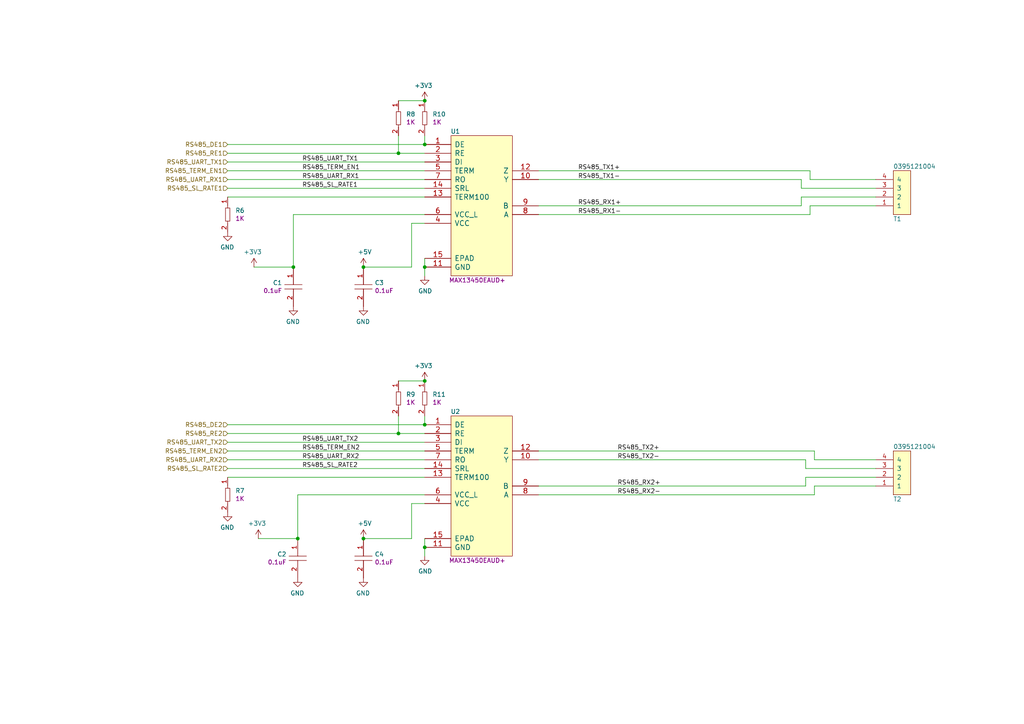
<source format=kicad_sch>
(kicad_sch (version 20231120) (generator "eeschema") (generator_version "8.0")
  (paper "A4")
  (lib_symbols
    (symbol "AVR-KiCAD-Lib-Capacitors:C0402C104K9PACTU" (pin_names (offset 1.016))
      (property "Reference" "C" (at -2.54 2.54 0))
      (property "_Value_" "0.1uF" (at 58.42 63.5 0))
      (symbol "C0402C104K9PACTU_1_1"
        (polyline (pts (xy 0 2.54) (xy 0 -2.54)))
        (polyline (pts (xy 1.27 2.54) (xy 1.27 -2.54)))
        (pin input line (at -5.08 0 0) (length 5.08) (name "~") (number "1"))
        (pin input line (at 6.35 0 180) (length 5.08) (name "~") (number "2"))
      )
    )
    (symbol "AVR-KiCAD-Lib-Capacitors:CGA3E2X7R1H104K080AA" (pin_names (offset 1.016))
      (property "Reference" "C" (at -2.54 2.54 0))
      (property "_Value_" "0.1uF" (at 58.42 63.5 0))
      (symbol "CGA3E2X7R1H104K080AA_1_1"
        (polyline (pts (xy 0 2.54) (xy 0 -2.54)))
        (polyline (pts (xy 1.27 2.54) (xy 1.27 -2.54)))
        (pin input line (at -5.08 0 0) (length 5.08) (name "~") (number "1"))
        (pin input line (at 6.35 0 180) (length 5.08) (name "~") (number "2"))
      )
    )
    (symbol "AVR-KiCAD-Lib-Connectors:0395121004" (pin_names (offset 1.016))
      (property "Reference" "J" (at -2.54 2.54 0))
      (property "Value" "0395121004" (at 1.27 5.08 0))
      (symbol "0395121004_0_1"
        (rectangle (start 0 2.54) (end 5.08 -10.16) (fill (type background)))
      )
      (symbol "0395121004_1_1"
        (pin passive line (at -5.08 0 0) (length 5.08) (name "1") (number "1"))
        (pin passive line (at -5.08 -2.54 0) (length 5.08) (name "2") (number "2"))
        (pin passive line (at -5.08 -5.08 0) (length 5.08) (name "3") (number "3"))
        (pin passive line (at -5.08 -7.62 0) (length 5.08) (name "4") (number "4"))
      )
    )
    (symbol "AVR-KiCAD-Lib-ICs:MAX13450EAUD+" (pin_names (offset 1.016))
      (property "Reference" "U" (at 0 1.27 0))
      (property "_Value_" "MAX13450EAUD+" (at 7.62 -41.91 0))
      (symbol "MAX13450EAUD+_0_1"
        (rectangle (start 0 0) (end 17.78 -40.64) (fill (type background)))
      )
      (symbol "MAX13450EAUD+_1_1"
        (pin input line (at -7.62 -2.54 0) (length 7.62) (name "DE") (number "1"))
        (pin output line (at 25.4 -12.7 180) (length 7.62) (name "Y") (number "10"))
        (pin passive line (at -7.62 -38.1 0) (length 7.62) (name "GND") (number "11"))
        (pin output line (at 25.4 -10.16 180) (length 7.62) (name "Z") (number "12"))
        (pin input line (at -7.62 -17.78 0) (length 7.62) (name "TERM100") (number "13"))
        (pin input line (at -7.62 -15.24 0) (length 7.62) (name "SRL") (number "14"))
        (pin passive line (at -7.62 -35.56 0) (length 7.62) (name "EPAD") (number "15"))
        (pin input line (at -7.62 -5.08 0) (length 7.62) (name "RE") (number "2"))
        (pin input line (at -7.62 -7.62 0) (length 7.62) (name "DI") (number "3"))
        (pin power_in line (at -7.62 -25.4 0) (length 7.62) (name "VCC") (number "4"))
        (pin input line (at -7.62 -10.16 0) (length 7.62) (name "TERM") (number "5"))
        (pin power_in line (at -7.62 -22.86 0) (length 7.62) (name "VCC_L") (number "6"))
        (pin output line (at -7.62 -12.7 0) (length 7.62) (name "RO") (number "7"))
        (pin input line (at 25.4 -22.86 180) (length 7.62) (name "A") (number "8"))
        (pin input line (at 25.4 -20.32 180) (length 7.62) (name "B") (number "9"))
      )
    )
    (symbol "AVR-KiCAD-Lib-Resistors:RC0402FR-071KL" (pin_names (offset 1.016))
      (property "Reference" "R" (at -2.54 2.54 0))
      (property "Value" "RC0402FR-071KL" (at 1.27 5.08 0))
      (property "_Value_" "1K" (at 58.42 63.5 0))
      (symbol "RC0402FR-071KL_0_1"
        (rectangle (start -1.905 0.635) (end 1.905 -0.635))
        (polyline (pts (xy -2.54 0) (xy -1.905 0)))
        (polyline (pts (xy -1.905 0) (xy -1.905 0)))
        (polyline (pts (xy 1.905 0) (xy 1.905 0)))
        (polyline (pts (xy 2.54 0) (xy 1.905 0)))
      )
      (symbol "RC0402FR-071KL_1_1"
        (pin passive line (at -5.08 0 0) (length 2.5146) (name "~") (number "1"))
        (pin passive line (at 5.08 0 180) (length 2.5146) (name "~") (number "2"))
      )
    )
    (symbol "agricoltura-madre-cape-rescue:+3V3-power" (power) (pin_names (offset 0))
      (property "Value" "power_+3V3" (at 0 3.556 0))
      (symbol "+3V3-power_0_1"
        (polyline (pts (xy -0.762 1.27) (xy 0 2.54)))
        (polyline (pts (xy 0 0) (xy 0 2.54)))
        (polyline (pts (xy 0 2.54) (xy 0.762 1.27)))
      )
      (symbol "+3V3-power_1_1"
        (pin power_in line (at 0 0 90) (length 0) hide (name "+3V3") (number "1"))
      )
    )
    (symbol "agricoltura-madre-cape-rescue:+5V-power" (power) (pin_names (offset 0))
      (property "Value" "power_+5V" (at 0 3.556 0))
      (symbol "+5V-power_0_1"
        (polyline (pts (xy -0.762 1.27) (xy 0 2.54)))
        (polyline (pts (xy 0 0) (xy 0 2.54)))
        (polyline (pts (xy 0 2.54) (xy 0.762 1.27)))
      )
      (symbol "+5V-power_1_1"
        (pin power_in line (at 0 0 90) (length 0) hide (name "+5V") (number "1"))
      )
    )
    (symbol "agricoltura-madre-cape-rescue:GND-power" (power) (pin_names (offset 0))
      (property "Value" "power_GND" (at 0 -3.81 0))
      (symbol "GND-power_0_1"
        (polyline (pts (xy 0 0) (xy 0 -1.27) (xy 1.27 -1.27) (xy 0 -2.54) (xy -1.27 -1.27) (xy 0 -1.27)))
      )
      (symbol "GND-power_1_1"
        (pin power_in line (at 0 0 270) (length 0) hide (name "GND") (number "1"))
      )
    )
  )
  (junction (at 123.19 77.47))
  (junction (at 105.41 156.21))
  (junction (at 123.19 41.91))
  (junction (at 115.57 125.73))
  (junction (at 105.41 77.47))
  (junction (at 123.19 158.75))
  (junction (at 123.19 123.19))
  (junction (at 123.19 29.21))
  (junction (at 123.19 110.49))
  (junction (at 115.57 44.45))
  (junction (at 85.09 77.47))
  (junction (at 86.36 156.21))
  (wire (pts (xy 156.21 49.53) (xy 234.95 49.53)))
  (wire (pts (xy 123.19 135.89) (xy 66.04 135.89)))
  (wire (pts (xy 123.19 52.07) (xy 66.04 52.07)))
  (wire (pts (xy 236.22 140.97) (xy 236.22 143.51)))
  (wire (pts (xy 123.19 44.45) (xy 115.57 44.45)))
  (wire (pts (xy 233.68 140.97) (xy 233.68 138.43)))
  (wire (pts (xy 123.19 123.19) (xy 66.04 123.19)))
  (wire (pts (xy 115.57 44.45) (xy 66.04 44.45)))
  (wire (pts (xy 254 59.69) (xy 234.95 59.69)))
  (wire (pts (xy 123.19 64.77) (xy 119.38 64.77)))
  (wire (pts (xy 115.57 120.65) (xy 115.57 125.73)))
  (wire (pts (xy 115.57 110.49) (xy 123.19 110.49)))
  (wire (pts (xy 119.38 156.21) (xy 105.41 156.21)))
  (wire (pts (xy 66.04 128.27) (xy 123.19 128.27)))
  (wire (pts (xy 156.21 130.81) (xy 236.22 130.81)))
  (wire (pts (xy 123.19 49.53) (xy 66.04 49.53)))
  (wire (pts (xy 232.41 59.69) (xy 232.41 57.15)))
  (wire (pts (xy 123.19 74.93) (xy 123.19 77.47)))
  (wire (pts (xy 115.57 125.73) (xy 66.04 125.73)))
  (wire (pts (xy 156.21 143.51) (xy 236.22 143.51)))
  (wire (pts (xy 232.41 54.61) (xy 232.41 52.07)))
  (wire (pts (xy 123.19 54.61) (xy 66.04 54.61)))
  (wire (pts (xy 123.19 156.21) (xy 123.19 158.75)))
  (wire (pts (xy 85.09 62.23) (xy 85.09 77.47)))
  (wire (pts (xy 234.95 59.69) (xy 234.95 62.23)))
  (wire (pts (xy 74.93 156.21) (xy 86.36 156.21)))
  (wire (pts (xy 236.22 130.81) (xy 236.22 133.35)))
  (wire (pts (xy 85.09 62.23) (xy 123.19 62.23)))
  (wire (pts (xy 123.19 41.91) (xy 66.04 41.91)))
  (wire (pts (xy 236.22 133.35) (xy 254 133.35)))
  (wire (pts (xy 233.68 133.35) (xy 233.68 135.89)))
  (wire (pts (xy 123.19 130.81) (xy 66.04 130.81)))
  (wire (pts (xy 156.21 133.35) (xy 233.68 133.35)))
  (wire (pts (xy 66.04 133.35) (xy 123.19 133.35)))
  (wire (pts (xy 232.41 52.07) (xy 156.21 52.07)))
  (wire (pts (xy 123.19 57.15) (xy 66.04 57.15)))
  (wire (pts (xy 115.57 29.21) (xy 123.19 29.21)))
  (wire (pts (xy 119.38 77.47) (xy 105.41 77.47)))
  (wire (pts (xy 119.38 146.05) (xy 119.38 156.21)))
  (wire (pts (xy 232.41 59.69) (xy 156.21 59.69)))
  (wire (pts (xy 119.38 64.77) (xy 119.38 77.47)))
  (wire (pts (xy 123.19 41.91) (xy 123.19 39.37)))
  (wire (pts (xy 86.36 143.51) (xy 86.36 156.21)))
  (wire (pts (xy 115.57 39.37) (xy 115.57 44.45)))
  (wire (pts (xy 123.19 146.05) (xy 119.38 146.05)))
  (wire (pts (xy 123.19 46.99) (xy 66.04 46.99)))
  (wire (pts (xy 234.95 49.53) (xy 234.95 52.07)))
  (wire (pts (xy 123.19 138.43) (xy 66.04 138.43)))
  (wire (pts (xy 156.21 62.23) (xy 234.95 62.23)))
  (wire (pts (xy 233.68 138.43) (xy 254 138.43)))
  (wire (pts (xy 123.19 123.19) (xy 123.19 120.65)))
  (wire (pts (xy 232.41 57.15) (xy 254 57.15)))
  (wire (pts (xy 254 140.97) (xy 236.22 140.97)))
  (wire (pts (xy 123.19 125.73) (xy 115.57 125.73)))
  (wire (pts (xy 85.09 77.47) (xy 73.66 77.47)))
  (wire (pts (xy 156.21 140.97) (xy 233.68 140.97)))
  (wire (pts (xy 123.19 158.75) (xy 123.19 161.29)))
  (wire (pts (xy 123.19 77.47) (xy 123.19 80.01)))
  (wire (pts (xy 234.95 52.07) (xy 254 52.07)))
  (wire (pts (xy 254 54.61) (xy 232.41 54.61)))
  (wire (pts (xy 123.19 143.51) (xy 86.36 143.51)))
  (wire (pts (xy 233.68 135.89) (xy 254 135.89)))
  (label "RS485_SL_RATE1" (at 87.63 54.61 0))
  (label "RS485_TERM_EN1" (at 87.63 49.53 0))
  (label "RS485_UART_RX2" (at 87.63 133.35 0))
  (label "RS485_TX1-" (at 167.64 52.07 0))
  (label "RS485_UART_TX2" (at 87.63 128.27 0))
  (label "RS485_TERM_EN2" (at 87.63 130.81 0))
  (label "RS485_RX2-" (at 179.07 143.51 0))
  (label "RS485_RX1-" (at 167.64 62.23 0))
  (label "RS485_TX2-" (at 179.07 133.35 0))
  (label "RS485_RX2+" (at 179.07 140.97 0))
  (label "RS485_RX1+" (at 167.64 59.69 0))
  (label "RS485_SL_RATE2" (at 87.63 135.89 0))
  (label "RS485_UART_RX1" (at 87.63 52.07 0))
  (label "RS485_UART_TX1" (at 87.63 46.99 0))
  (label "RS485_TX1+" (at 167.64 49.53 0))
  (label "RS485_TX2+" (at 179.07 130.81 0))
  (hierarchical_label "RS485_RE2" (shape input) (at 66.04 125.73 180))
  (hierarchical_label "RS485_DE1" (shape input) (at 66.04 41.91 180))
  (hierarchical_label "RS485_UART_TX2" (shape input) (at 66.04 128.27 180))
  (hierarchical_label "RS485_UART_RX1" (shape input) (at 66.04 52.07 180))
  (hierarchical_label "RS485_TERM_EN2" (shape input) (at 66.04 130.81 180))
  (hierarchical_label "RS485_UART_TX1" (shape input) (at 66.04 46.99 180))
  (hierarchical_label "RS485_DE2" (shape input) (at 66.04 123.19 180))
  (hierarchical_label "RS485_RE1" (shape input) (at 66.04 44.45 180))
  (hierarchical_label "RS485_TERM_EN1" (shape input) (at 66.04 49.53 180))
  (hierarchical_label "RS485_SL_RATE1" (shape input) (at 66.04 54.61 180))
  (hierarchical_label "RS485_SL_RATE2" (shape input) (at 66.04 135.89 180))
  (hierarchical_label "RS485_UART_RX2" (shape input) (at 66.04 133.35 180))
  (symbol (lib_id "AVR-KiCAD-Lib-ICs:MAX13450EAUD+") (at 130.81 39.37 0) (unit 1)
    (property "Reference" "U1" (at 132.08 38.1 0))
    (property "Value" "MAX13450EAUD+" (effects (hide yes)))
    (property "Footprint" "AVR-KiCAD-Lib-ICs:MAX13450EAUD&plus_" (effects (hide yes)))
    (property "Datasheet" "https://datasheets.maximintegrated.com/en/ds/MAX13450E-MAX13451E.pdf" (effects (hide yes)))
    (property "Cost QTY: 1" "3.39000" (effects (hide yes)))
    (property "Cost QTY: 1000" "*" (effects (hide yes)))
    (property "Cost QTY: 2500" "2.57839" (effects (hide yes)))
    (property "Cost QTY: 5000" "*" (effects (hide yes)))
    (property "Cost QTY: 10000" "*" (effects (hide yes)))
    (property "MFR" "Maxim Integrated" (effects (hide yes)))
    (property "MFR#" "MAX13450EAUD+" (effects (hide yes)))
    (property "Vendor" "Digikey" (effects (hide yes)))
    (property "Vendor #" "MAX13450EAUD+-ND" (effects (hide yes)))
    (property "Designer" "AVR" (effects (hide yes)))
    (property "Height" "1.2mm" (effects (hide yes)))
    (property "Date Created" "6/21/2020" (effects (hide yes)))
    (property "Date Modified" "6/21/2020" (effects (hide yes)))
    (property "Lead-Free ?" "Yes" (effects (hide yes)))
    (property "RoHS Levels" "1" (effects (hide yes)))
    (property "Mounting" "SMT" (effects (hide yes)))
    (property "Pin Count #" "14" (effects (hide yes)))
    (property "Status" "Active" (effects (hide yes)))
    (property "Tolerance" "*" (effects (hide yes)))
    (property "Type" "IC" (effects (hide yes)))
    (property "Voltage" "4.75V ~ 5.25V" (effects (hide yes)))
    (property "Package" "14-TSSOP-EP" (effects (hide yes)))
    (property "Description" "1/1 Transceiver Full RS422, RS485 14-TSSOP-EP" (effects (hide yes)))
    (property "_Value_" "MAX13450EAUD+" (at 138.43 81.28 0))
    (property "Management_ID" "*" (effects (hide yes)))
  )
  (symbol (lib_id "AVR-KiCAD-Lib-ICs:MAX13450EAUD+") (at 130.81 120.65 0) (unit 1)
    (property "Reference" "U2" (at 132.08 119.38 0))
    (property "Value" "MAX13450EAUD+" (effects (hide yes)))
    (property "Footprint" "AVR-KiCAD-Lib-ICs:MAX13450EAUD&plus_" (effects (hide yes)))
    (property "Datasheet" "https://datasheets.maximintegrated.com/en/ds/MAX13450E-MAX13451E.pdf" (effects (hide yes)))
    (property "Cost QTY: 1" "3.39000" (effects (hide yes)))
    (property "Cost QTY: 1000" "*" (effects (hide yes)))
    (property "Cost QTY: 2500" "2.57839" (effects (hide yes)))
    (property "Cost QTY: 5000" "*" (effects (hide yes)))
    (property "Cost QTY: 10000" "*" (effects (hide yes)))
    (property "MFR" "Maxim Integrated" (effects (hide yes)))
    (property "MFR#" "MAX13450EAUD+" (effects (hide yes)))
    (property "Vendor" "Digikey" (effects (hide yes)))
    (property "Vendor #" "MAX13450EAUD+-ND" (effects (hide yes)))
    (property "Designer" "AVR" (effects (hide yes)))
    (property "Height" "1.2mm" (effects (hide yes)))
    (property "Date Created" "6/21/2020" (effects (hide yes)))
    (property "Date Modified" "6/21/2020" (effects (hide yes)))
    (property "Lead-Free ?" "Yes" (effects (hide yes)))
    (property "RoHS Levels" "1" (effects (hide yes)))
    (property "Mounting" "SMT" (effects (hide yes)))
    (property "Pin Count #" "14" (effects (hide yes)))
    (property "Status" "Active" (effects (hide yes)))
    (property "Tolerance" "*" (effects (hide yes)))
    (property "Type" "IC" (effects (hide yes)))
    (property "Voltage" "4.75V ~ 5.25V" (effects (hide yes)))
    (property "Package" "14-TSSOP-EP" (effects (hide yes)))
    (property "Description" "1/1 Transceiver Full RS422, RS485 14-TSSOP-EP" (effects (hide yes)))
    (property "_Value_" "MAX13450EAUD+" (at 138.43 162.56 0))
    (property "Management_ID" "*" (effects (hide yes)))
  )
  (symbol (lib_id "agricoltura-madre-cape-rescue:GND-power") (at 123.19 80.01 0) (unit 1)
    (property "Reference" "#PWR025" (effects (hide yes)))
    (property "Value" "GND" (at 123.317 84.4042 0))
  )
  (symbol (lib_id "agricoltura-madre-cape-rescue:+5V-power") (at 105.41 156.21 0) (unit 1)
    (property "Reference" "#PWR022" (effects (hide yes)))
    (property "Value" "+5V" (at 105.791 151.8158 0))
  )
  (symbol (lib_id "AVR-KiCAD-Lib-Capacitors:CGA3E2X7R1H104K080AA") (at 105.41 161.29 270) (unit 1)
    (property "Reference" "C4" (at 108.6612 160.7566 90) (effects (justify left)))
    (property "Value" "CGA3E2X7R1H104K080AA" (effects (hide yes)))
    (property "Footprint" "AVR-KiCAD-Lib-Capacitors:C0603" (effects (hide yes)))
    (property "Datasheet" "https://product.tdk.com/info/en/catalog/datasheets/mlcc_automotive_general_en.pdf" (effects (hide yes)))
    (property "Cost QTY: 1" "0.11000" (effects (hide yes)))
    (property "Cost QTY: 1000" "0.01972" (effects (hide yes)))
    (property "Cost QTY: 2500" "*" (effects (hide yes)))
    (property "Cost QTY: 5000" "*" (effects (hide yes)))
    (property "Cost QTY: 10000" "*" (effects (hide yes)))
    (property "MFR" "TDK Corporation" (effects (hide yes)))
    (property "MFR#" "CGA3E2X7R1H104K080AA" (effects (hide yes)))
    (property "Vendor" "Digikey" (effects (hide yes)))
    (property "Vendor #" "445-5666-1-ND" (effects (hide yes)))
    (property "Designer" "AVR" (effects (hide yes)))
    (property "Height" "0.9mm" (effects (hide yes)))
    (property "Date Created" "6/17/2020" (effects (hide yes)))
    (property "Date Modified" "6/17/2020" (effects (hide yes)))
    (property "Lead-Free ?" "Yes" (effects (hide yes)))
    (property "RoHS Levels" "1" (effects (hide yes)))
    (property "Mounting" "SMT" (effects (hide yes)))
    (property "Pin Count #" "2" (effects (hide yes)))
    (property "Status" "Active" (effects (hide yes)))
    (property "Tolerance" "10%" (effects (hide yes)))
    (property "Type" "Capacitor" (effects (hide yes)))
    (property "Voltage" "50V" (effects (hide yes)))
    (property "Package" "0603" (effects (hide yes)))
    (property "Description" "0.1µF ±10% 50V Ceramic Capacitor X7R 0603 (1608 Metric)" (effects (hide yes)))
    (property "_Value_" "0.1uF" (at 108.6612 163.068 90) (effects (justify left)))
    (property "Management_ID" "*" (effects (hide yes)))
  )
  (symbol (lib_id "agricoltura-madre-cape-rescue:GND-power") (at 105.41 167.64 0) (mirror y) (unit 1)
    (property "Reference" "#PWR023" (effects (hide yes)))
    (property "Value" "GND" (at 105.283 172.0342 0))
  )
  (symbol (lib_id "agricoltura-madre-cape-rescue:+5V-power") (at 105.41 77.47 0) (unit 1)
    (property "Reference" "#PWR020" (effects (hide yes)))
    (property "Value" "+5V" (at 105.791 73.0758 0))
  )
  (symbol (lib_id "AVR-KiCAD-Lib-Capacitors:CGA3E2X7R1H104K080AA") (at 105.41 82.55 270) (unit 1)
    (property "Reference" "C3" (at 108.6612 82.0166 90) (effects (justify left)))
    (property "Value" "CGA3E2X7R1H104K080AA" (effects (hide yes)))
    (property "Footprint" "AVR-KiCAD-Lib-Capacitors:C0603" (effects (hide yes)))
    (property "Datasheet" "https://product.tdk.com/info/en/catalog/datasheets/mlcc_automotive_general_en.pdf" (effects (hide yes)))
    (property "Cost QTY: 1" "0.11000" (effects (hide yes)))
    (property "Cost QTY: 1000" "0.01972" (effects (hide yes)))
    (property "Cost QTY: 2500" "*" (effects (hide yes)))
    (property "Cost QTY: 5000" "*" (effects (hide yes)))
    (property "Cost QTY: 10000" "*" (effects (hide yes)))
    (property "MFR" "TDK Corporation" (effects (hide yes)))
    (property "MFR#" "CGA3E2X7R1H104K080AA" (effects (hide yes)))
    (property "Vendor" "Digikey" (effects (hide yes)))
    (property "Vendor #" "445-5666-1-ND" (effects (hide yes)))
    (property "Designer" "AVR" (effects (hide yes)))
    (property "Height" "0.9mm" (effects (hide yes)))
    (property "Date Created" "6/17/2020" (effects (hide yes)))
    (property "Date Modified" "6/17/2020" (effects (hide yes)))
    (property "Lead-Free ?" "Yes" (effects (hide yes)))
    (property "RoHS Levels" "1" (effects (hide yes)))
    (property "Mounting" "SMT" (effects (hide yes)))
    (property "Pin Count #" "2" (effects (hide yes)))
    (property "Status" "Active" (effects (hide yes)))
    (property "Tolerance" "10%" (effects (hide yes)))
    (property "Type" "Capacitor" (effects (hide yes)))
    (property "Voltage" "50V" (effects (hide yes)))
    (property "Package" "0603" (effects (hide yes)))
    (property "Description" "0.1µF ±10% 50V Ceramic Capacitor X7R 0603 (1608 Metric)" (effects (hide yes)))
    (property "_Value_" "0.1uF" (at 108.6612 84.328 90) (effects (justify left)))
    (property "Management_ID" "*" (effects (hide yes)))
  )
  (symbol (lib_id "agricoltura-madre-cape-rescue:GND-power") (at 105.41 88.9 0) (mirror y) (unit 1)
    (property "Reference" "#PWR021" (effects (hide yes)))
    (property "Value" "GND" (at 105.283 93.2942 0))
  )
  (symbol (lib_id "AVR-KiCAD-Lib-Resistors:RC0402FR-071KL") (at 123.19 115.57 270) (unit 1)
    (property "Reference" "R11" (at 125.3998 114.4016 90) (effects (justify left)))
    (property "Value" "RC0402FR-071KL" (effects (hide yes)))
    (property "Footprint" "AVR-KiCAD-Lib-Resistors:R0402" (effects (hide yes)))
    (property "Datasheet" "https://www.yageo.com/upload/media/product/productsearch/datasheet/rchip/PYu-RC_Group_51_RoHS_L_10.pdf" (effects (hide yes)))
    (property "Cost QTY: 1" "0.10000" (effects (hide yes)))
    (property "Cost QTY: 1000" "0.00289" (effects (hide yes)))
    (property "Cost QTY: 2500" "0.00251" (effects (hide yes)))
    (property "Cost QTY: 5000" "0.00207" (effects (hide yes)))
    (property "Cost QTY: 10000" "0.00163" (effects (hide yes)))
    (property "MFR" "Yageo" (effects (hide yes)))
    (property "MFR#" "RC0402FR-071KL" (effects (hide yes)))
    (property "Vendor" "Digikey" (effects (hide yes)))
    (property "Vendor #" "311-1.00KLRTR-ND" (effects (hide yes)))
    (property "Designer" "AVR" (effects (hide yes)))
    (property "Height" "0.4mm" (effects (hide yes)))
    (property "Date Created" "12/11/2019" (effects (hide yes)))
    (property "Date Modified" "12/11/2019" (effects (hide yes)))
    (property "Lead-Free ?" "Yes" (effects (hide yes)))
    (property "RoHS Levels" "1" (effects (hide yes)))
    (property "Mounting" "SMT" (effects (hide yes)))
    (property "Pin Count #" "2" (effects (hide yes)))
    (property "Status" "Active" (effects (hide yes)))
    (property "Tolerance" "1%" (effects (hide yes)))
    (property "Type" "Thick Film Resistor" (effects (hide yes)))
    (property "Voltage" "*" (effects (hide yes)))
    (property "Package" "0402" (effects (hide yes)))
    (property "_Value_" "1K" (at 125.3998 116.713 90) (effects (justify left)))
    (property "Management_ID" "*" (effects (hide yes)))
    (property "Description" " kOhms ±1% 0.063W, 1/16W Chip Resistor 0402 (1005 Metric) Moisture Resistant Thick Film" (effects (hide yes)))
  )
  (symbol (lib_id "AVR-KiCAD-Lib-Resistors:RC0402FR-071KL") (at 123.19 34.29 270) (unit 1)
    (property "Reference" "R10" (at 125.3998 33.1216 90) (effects (justify left)))
    (property "Value" "RC0402FR-071KL" (effects (hide yes)))
    (property "Footprint" "AVR-KiCAD-Lib-Resistors:R0402" (effects (hide yes)))
    (property "Datasheet" "https://www.yageo.com/upload/media/product/productsearch/datasheet/rchip/PYu-RC_Group_51_RoHS_L_10.pdf" (effects (hide yes)))
    (property "Cost QTY: 1" "0.10000" (effects (hide yes)))
    (property "Cost QTY: 1000" "0.00289" (effects (hide yes)))
    (property "Cost QTY: 2500" "0.00251" (effects (hide yes)))
    (property "Cost QTY: 5000" "0.00207" (effects (hide yes)))
    (property "Cost QTY: 10000" "0.00163" (effects (hide yes)))
    (property "MFR" "Yageo" (effects (hide yes)))
    (property "MFR#" "RC0402FR-071KL" (effects (hide yes)))
    (property "Vendor" "Digikey" (effects (hide yes)))
    (property "Vendor #" "311-1.00KLRTR-ND" (effects (hide yes)))
    (property "Designer" "AVR" (effects (hide yes)))
    (property "Height" "0.4mm" (effects (hide yes)))
    (property "Date Created" "12/11/2019" (effects (hide yes)))
    (property "Date Modified" "12/11/2019" (effects (hide yes)))
    (property "Lead-Free ?" "Yes" (effects (hide yes)))
    (property "RoHS Levels" "1" (effects (hide yes)))
    (property "Mounting" "SMT" (effects (hide yes)))
    (property "Pin Count #" "2" (effects (hide yes)))
    (property "Status" "Active" (effects (hide yes)))
    (property "Tolerance" "1%" (effects (hide yes)))
    (property "Type" "Thick Film Resistor" (effects (hide yes)))
    (property "Voltage" "*" (effects (hide yes)))
    (property "Package" "0402" (effects (hide yes)))
    (property "_Value_" "1K" (at 125.3998 35.433 90) (effects (justify left)))
    (property "Management_ID" "*" (effects (hide yes)))
    (property "Description" " kOhms ±1% 0.063W, 1/16W Chip Resistor 0402 (1005 Metric) Moisture Resistant Thick Film" (effects (hide yes)))
  )
  (symbol (lib_id "agricoltura-madre-cape-rescue:+3V3-power") (at 123.19 29.21 0) (mirror y) (unit 1)
    (property "Reference" "#PWR024" (effects (hide yes)))
    (property "Value" "+3V3" (at 122.809 24.8158 0))
  )
  (symbol (lib_id "agricoltura-madre-cape-rescue:+3V3-power") (at 123.19 110.49 0) (mirror y) (unit 1)
    (property "Reference" "#PWR026" (effects (hide yes)))
    (property "Value" "+3V3" (at 122.809 106.0958 0))
  )
  (symbol (lib_id "AVR-KiCAD-Lib-Resistors:RC0402FR-071KL") (at 115.57 115.57 270) (unit 1)
    (property "Reference" "R9" (at 117.7798 114.4016 90) (effects (justify left)))
    (property "Value" "RC0402FR-071KL" (effects (hide yes)))
    (property "Footprint" "AVR-KiCAD-Lib-Resistors:R0402" (effects (hide yes)))
    (property "Datasheet" "https://www.yageo.com/upload/media/product/productsearch/datasheet/rchip/PYu-RC_Group_51_RoHS_L_10.pdf" (effects (hide yes)))
    (property "Cost QTY: 1" "0.10000" (effects (hide yes)))
    (property "Cost QTY: 1000" "0.00289" (effects (hide yes)))
    (property "Cost QTY: 2500" "0.00251" (effects (hide yes)))
    (property "Cost QTY: 5000" "0.00207" (effects (hide yes)))
    (property "Cost QTY: 10000" "0.00163" (effects (hide yes)))
    (property "MFR" "Yageo" (effects (hide yes)))
    (property "MFR#" "RC0402FR-071KL" (effects (hide yes)))
    (property "Vendor" "Digikey" (effects (hide yes)))
    (property "Vendor #" "311-1.00KLRTR-ND" (effects (hide yes)))
    (property "Designer" "AVR" (effects (hide yes)))
    (property "Height" "0.4mm" (effects (hide yes)))
    (property "Date Created" "12/11/2019" (effects (hide yes)))
    (property "Date Modified" "12/11/2019" (effects (hide yes)))
    (property "Lead-Free ?" "Yes" (effects (hide yes)))
    (property "RoHS Levels" "1" (effects (hide yes)))
    (property "Mounting" "SMT" (effects (hide yes)))
    (property "Pin Count #" "2" (effects (hide yes)))
    (property "Status" "Active" (effects (hide yes)))
    (property "Tolerance" "1%" (effects (hide yes)))
    (property "Type" "Thick Film Resistor" (effects (hide yes)))
    (property "Voltage" "*" (effects (hide yes)))
    (property "Package" "0402" (effects (hide yes)))
    (property "_Value_" "1K" (at 117.7798 116.713 90) (effects (justify left)))
    (property "Management_ID" "*" (effects (hide yes)))
    (property "Description" " kOhms ±1% 0.063W, 1/16W Chip Resistor 0402 (1005 Metric) Moisture Resistant Thick Film" (effects (hide yes)))
  )
  (symbol (lib_id "AVR-KiCAD-Lib-Capacitors:C0402C104K9PACTU") (at 85.09 82.55 90) (mirror x) (unit 1)
    (property "Reference" "C1" (at 81.8388 82.0166 90) (effects (justify left)))
    (property "Value" "C0402C104K9PACTU" (effects (hide yes)))
    (property "Footprint" "AVR-KiCAD-Lib-Resistors:R0402" (effects (hide yes)))
    (property "Datasheet" "https://content.kemet.com/datasheets/KEM_C1006_X5R_SMD.pdf" (effects (hide yes)))
    (property "Cost QTY: 1" "0.10000" (effects (hide yes)))
    (property "Cost QTY: 1000" "0.01139" (effects (hide yes)))
    (property "Cost QTY: 2500" "0.01035" (effects (hide yes)))
    (property "Cost QTY: 5000" "0.00952" (effects (hide yes)))
    (property "Cost QTY: 10000" "0.00756" (effects (hide yes)))
    (property "MFR" "KEMET" (effects (hide yes)))
    (property "MFR#" "C0402C104K9PACTU" (effects (hide yes)))
    (property "Vendor" "Digikey" (effects (hide yes)))
    (property "Vendor #" "399-3026-6-ND" (effects (hide yes)))
    (property "Designer" "AVR" (effects (hide yes)))
    (property "Height" "0.55mm" (effects (hide yes)))
    (property "Date Created" "12/7/2019" (effects (hide yes)))
    (property "Date Modified" "12/7/2019" (effects (hide yes)))
    (property "Lead-Free ?" "Yes" (effects (hide yes)))
    (property "RoHS Levels" "1" (effects (hide yes)))
    (property "Mounting" "SMT" (effects (hide yes)))
    (property "Pin Count #" "2" (effects (hide yes)))
    (property "Status" "Active" (effects (hide yes)))
    (property "Tolerance" "10%" (effects (hide yes)))
    (property "Type" "Ceramic Cap" (effects (hide yes)))
    (property "Voltage" "6.3V" (effects (hide yes)))
    (property "Package" "0402" (effects (hide yes)))
    (property "Description" "0.1µF ±10% 6.3V Ceramic Capacitor X5R 0402 (1005 Metric)" (effects (hide yes)))
    (property "_Value_" "0.1uF" (at 81.8388 84.328 90) (effects (justify left)))
    (property "Management_ID" "*" (effects (hide yes)))
  )
  (symbol (lib_id "agricoltura-madre-cape-rescue:GND-power") (at 85.09 88.9 0) (mirror y) (unit 1)
    (property "Reference" "#PWR018" (effects (hide yes)))
    (property "Value" "GND" (at 84.963 93.2942 0))
  )
  (symbol (lib_id "agricoltura-madre-cape-rescue:+3V3-power") (at 73.66 77.47 0) (mirror y) (unit 1)
    (property "Reference" "#PWR016" (effects (hide yes)))
    (property "Value" "+3V3" (at 73.279 73.0758 0))
  )
  (symbol (lib_id "AVR-KiCAD-Lib-Resistors:RC0402FR-071KL") (at 66.04 143.51 270) (unit 1)
    (property "Reference" "R7" (at 68.2498 142.3416 90) (effects (justify left)))
    (property "Value" "RC0402FR-071KL" (effects (hide yes)))
    (property "Footprint" "AVR-KiCAD-Lib-Resistors:R0402" (effects (hide yes)))
    (property "Datasheet" "https://www.yageo.com/upload/media/product/productsearch/datasheet/rchip/PYu-RC_Group_51_RoHS_L_10.pdf" (effects (hide yes)))
    (property "Cost QTY: 1" "0.10000" (effects (hide yes)))
    (property "Cost QTY: 1000" "0.00289" (effects (hide yes)))
    (property "Cost QTY: 2500" "0.00251" (effects (hide yes)))
    (property "Cost QTY: 5000" "0.00207" (effects (hide yes)))
    (property "Cost QTY: 10000" "0.00163" (effects (hide yes)))
    (property "MFR" "Yageo" (effects (hide yes)))
    (property "MFR#" "RC0402FR-071KL" (effects (hide yes)))
    (property "Vendor" "Digikey" (effects (hide yes)))
    (property "Vendor #" "311-1.00KLRTR-ND" (effects (hide yes)))
    (property "Designer" "AVR" (effects (hide yes)))
    (property "Height" "0.4mm" (effects (hide yes)))
    (property "Date Created" "12/11/2019" (effects (hide yes)))
    (property "Date Modified" "12/11/2019" (effects (hide yes)))
    (property "Lead-Free ?" "Yes" (effects (hide yes)))
    (property "RoHS Levels" "1" (effects (hide yes)))
    (property "Mounting" "SMT" (effects (hide yes)))
    (property "Pin Count #" "2" (effects (hide yes)))
    (property "Status" "Active" (effects (hide yes)))
    (property "Tolerance" "1%" (effects (hide yes)))
    (property "Type" "Thick Film Resistor" (effects (hide yes)))
    (property "Voltage" "*" (effects (hide yes)))
    (property "Package" "0402" (effects (hide yes)))
    (property "_Value_" "1K" (at 68.2498 144.653 90) (effects (justify left)))
    (property "Management_ID" "*" (effects (hide yes)))
    (property "Description" " kOhms ±1% 0.063W, 1/16W Chip Resistor 0402 (1005 Metric) Moisture Resistant Thick Film" (effects (hide yes)))
  )
  (symbol (lib_id "agricoltura-madre-cape-rescue:GND-power") (at 66.04 148.59 0) (mirror y) (unit 1)
    (property "Reference" "#PWR015" (effects (hide yes)))
    (property "Value" "GND" (at 65.913 152.9842 0))
  )
  (symbol (lib_id "AVR-KiCAD-Lib-Resistors:RC0402FR-071KL") (at 66.04 62.23 270) (unit 1)
    (property "Reference" "R6" (at 68.2498 61.0616 90) (effects (justify left)))
    (property "Value" "RC0402FR-071KL" (effects (hide yes)))
    (property "Footprint" "AVR-KiCAD-Lib-Resistors:R0402" (effects (hide yes)))
    (property "Datasheet" "https://www.yageo.com/upload/media/product/productsearch/datasheet/rchip/PYu-RC_Group_51_RoHS_L_10.pdf" (effects (hide yes)))
    (property "Cost QTY: 1" "0.10000" (effects (hide yes)))
    (property "Cost QTY: 1000" "0.00289" (effects (hide yes)))
    (property "Cost QTY: 2500" "0.00251" (effects (hide yes)))
    (property "Cost QTY: 5000" "0.00207" (effects (hide yes)))
    (property "Cost QTY: 10000" "0.00163" (effects (hide yes)))
    (property "MFR" "Yageo" (effects (hide yes)))
    (property "MFR#" "RC0402FR-071KL" (effects (hide yes)))
    (property "Vendor" "Digikey" (effects (hide yes)))
    (property "Vendor #" "311-1.00KLRTR-ND" (effects (hide yes)))
    (property "Designer" "AVR" (effects (hide yes)))
    (property "Height" "0.4mm" (effects (hide yes)))
    (property "Date Created" "12/11/2019" (effects (hide yes)))
    (property "Date Modified" "12/11/2019" (effects (hide yes)))
    (property "Lead-Free ?" "Yes" (effects (hide yes)))
    (property "RoHS Levels" "1" (effects (hide yes)))
    (property "Mounting" "SMT" (effects (hide yes)))
    (property "Pin Count #" "2" (effects (hide yes)))
    (property "Status" "Active" (effects (hide yes)))
    (property "Tolerance" "1%" (effects (hide yes)))
    (property "Type" "Thick Film Resistor" (effects (hide yes)))
    (property "Voltage" "*" (effects (hide yes)))
    (property "Package" "0402" (effects (hide yes)))
    (property "_Value_" "1K" (at 68.2498 63.373 90) (effects (justify left)))
    (property "Management_ID" "*" (effects (hide yes)))
    (property "Description" " kOhms ±1% 0.063W, 1/16W Chip Resistor 0402 (1005 Metric) Moisture Resistant Thick Film" (effects (hide yes)))
  )
  (symbol (lib_id "agricoltura-madre-cape-rescue:GND-power") (at 66.04 67.31 0) (mirror y) (unit 1)
    (property "Reference" "#PWR014" (effects (hide yes)))
    (property "Value" "GND" (at 65.913 71.7042 0))
  )
  (symbol (lib_id "AVR-KiCAD-Lib-Capacitors:C0402C104K9PACTU") (at 86.36 161.29 90) (mirror x) (unit 1)
    (property "Reference" "C2" (at 83.1088 160.7566 90) (effects (justify left)))
    (property "Value" "C0402C104K9PACTU" (effects (hide yes)))
    (property "Footprint" "AVR-KiCAD-Lib-Resistors:R0402" (effects (hide yes)))
    (property "Datasheet" "https://content.kemet.com/datasheets/KEM_C1006_X5R_SMD.pdf" (effects (hide yes)))
    (property "Cost QTY: 1" "0.10000" (effects (hide yes)))
    (property "Cost QTY: 1000" "0.01139" (effects (hide yes)))
    (property "Cost QTY: 2500" "0.01035" (effects (hide yes)))
    (property "Cost QTY: 5000" "0.00952" (effects (hide yes)))
    (property "Cost QTY: 10000" "0.00756" (effects (hide yes)))
    (property "MFR" "KEMET" (effects (hide yes)))
    (property "MFR#" "C0402C104K9PACTU" (effects (hide yes)))
    (property "Vendor" "Digikey" (effects (hide yes)))
    (property "Vendor #" "399-3026-6-ND" (effects (hide yes)))
    (property "Designer" "AVR" (effects (hide yes)))
    (property "Height" "0.55mm" (effects (hide yes)))
    (property "Date Created" "12/7/2019" (effects (hide yes)))
    (property "Date Modified" "12/7/2019" (effects (hide yes)))
    (property "Lead-Free ?" "Yes" (effects (hide yes)))
    (property "RoHS Levels" "1" (effects (hide yes)))
    (property "Mounting" "SMT" (effects (hide yes)))
    (property "Pin Count #" "2" (effects (hide yes)))
    (property "Status" "Active" (effects (hide yes)))
    (property "Tolerance" "10%" (effects (hide yes)))
    (property "Type" "Ceramic Cap" (effects (hide yes)))
    (property "Voltage" "6.3V" (effects (hide yes)))
    (property "Package" "0402" (effects (hide yes)))
    (property "Description" "0.1µF ±10% 6.3V Ceramic Capacitor X5R 0402 (1005 Metric)" (effects (hide yes)))
    (property "_Value_" "0.1uF" (at 83.1088 163.068 90) (effects (justify left)))
    (property "Management_ID" "*" (effects (hide yes)))
  )
  (symbol (lib_id "agricoltura-madre-cape-rescue:GND-power") (at 86.36 167.64 0) (mirror y) (unit 1)
    (property "Reference" "#PWR019" (effects (hide yes)))
    (property "Value" "GND" (at 86.233 172.0342 0))
  )
  (symbol (lib_id "agricoltura-madre-cape-rescue:+3V3-power") (at 74.93 156.21 0) (mirror y) (unit 1)
    (property "Reference" "#PWR017" (effects (hide yes)))
    (property "Value" "+3V3" (at 74.549 151.8158 0))
  )
  (symbol (lib_id "agricoltura-madre-cape-rescue:GND-power") (at 123.19 161.29 0) (unit 1)
    (property "Reference" "#PWR027" (effects (hide yes)))
    (property "Value" "GND" (at 123.317 165.6842 0))
  )
  (symbol (lib_id "AVR-KiCAD-Lib-Resistors:RC0402FR-071KL") (at 115.57 34.29 270) (unit 1)
    (property "Reference" "R8" (at 117.7798 33.1216 90) (effects (justify left)))
    (property "Value" "RC0402FR-071KL" (effects (hide yes)))
    (property "Footprint" "AVR-KiCAD-Lib-Resistors:R0402" (effects (hide yes)))
    (property "Datasheet" "https://www.yageo.com/upload/media/product/productsearch/datasheet/rchip/PYu-RC_Group_51_RoHS_L_10.pdf" (effects (hide yes)))
    (property "Cost QTY: 1" "0.10000" (effects (hide yes)))
    (property "Cost QTY: 1000" "0.00289" (effects (hide yes)))
    (property "Cost QTY: 2500" "0.00251" (effects (hide yes)))
    (property "Cost QTY: 5000" "0.00207" (effects (hide yes)))
    (property "Cost QTY: 10000" "0.00163" (effects (hide yes)))
    (property "MFR" "Yageo" (effects (hide yes)))
    (property "MFR#" "RC0402FR-071KL" (effects (hide yes)))
    (property "Vendor" "Digikey" (effects (hide yes)))
    (property "Vendor #" "311-1.00KLRTR-ND" (effects (hide yes)))
    (property "Designer" "AVR" (effects (hide yes)))
    (property "Height" "0.4mm" (effects (hide yes)))
    (property "Date Created" "12/11/2019" (effects (hide yes)))
    (property "Date Modified" "12/11/2019" (effects (hide yes)))
    (property "Lead-Free ?" "Yes" (effects (hide yes)))
    (property "RoHS Levels" "1" (effects (hide yes)))
    (property "Mounting" "SMT" (effects (hide yes)))
    (property "Pin Count #" "2" (effects (hide yes)))
    (property "Status" "Active" (effects (hide yes)))
    (property "Tolerance" "1%" (effects (hide yes)))
    (property "Type" "Thick Film Resistor" (effects (hide yes)))
    (property "Voltage" "*" (effects (hide yes)))
    (property "Package" "0402" (effects (hide yes)))
    (property "_Value_" "1K" (at 117.7798 35.433 90) (effects (justify left)))
    (property "Management_ID" "*" (effects (hide yes)))
    (property "Description" " kOhms ±1% 0.063W, 1/16W Chip Resistor 0402 (1005 Metric) Moisture Resistant Thick Film" (effects (hide yes)))
  )
  (symbol (lib_id "AVR-KiCAD-Lib-Connectors:0395121004") (at 259.08 59.69 0) (mirror x) (unit 1)
    (property "Reference" "T1" (at 259.08 63.5 0) (effects (justify left)))
    (property "Value" "0395121004" (at 259.08 48.26 0) (effects (justify left)))
    (property "Footprint" "AVR-KiCAD-Lib-Connectors:0395121004" (effects (hide yes)))
    (property "Datasheet" "https://www.molex.com/pdm_docs/sd/395121002_sd.pdf" (effects (hide yes)))
    (property "Cost QTY: 1" "1.41000" (effects (hide yes)))
    (property "Cost QTY: 1000" "0.59200" (effects (hide yes)))
    (property "Cost QTY: 2500" "*" (effects (hide yes)))
    (property "Cost QTY: 5000" "0.48100" (effects (hide yes)))
    (property "Cost QTY: 10000" "*" (effects (hide yes)))
    (property "MFR" "Molex" (effects (hide yes)))
    (property "MFR#" "0395121004" (effects (hide yes)))
    (property "Vendor" "Digikey" (effects (hide yes)))
    (property "Vendor #" "WM20087-ND" (effects (hide yes)))
    (property "Designer" "AVR" (effects (hide yes)))
    (property "Height" "6.86mm" (effects (hide yes)))
    (property "Date Created" "6/20/2020" (effects (hide yes)))
    (property "Date Modified" "6/20/2020" (effects (hide yes)))
    (property "Lead-Free ?" "Yes" (effects (hide yes)))
    (property "RoHS Levels" "1" (effects (hide yes)))
    (property "Mounting" "ThroughHole" (effects (hide yes)))
    (property "Pin Count #" "4" (effects (hide yes)))
    (property "Status" "Active" (effects (hide yes)))
    (property "Tolerance" "*" (effects (hide yes)))
    (property "Type" "Connector" (effects (hide yes)))
    (property "Voltage" "300V" (effects (hide yes)))
    (property "Package" "*" (effects (hide yes)))
    (property "Description" "4 Position Terminal Block Header, Male Pins, Shrouded (4 Side) 0.150\" (3.81mm) 90°, Right Angle  Through Hole" (effects (hide yes)))
    (property "_Value_" "0395121004" (effects (hide yes)))
    (property "Management_ID" "*" (effects (hide yes)))
  )
  (symbol (lib_id "AVR-KiCAD-Lib-Connectors:0395121004") (at 259.08 140.97 0) (mirror x) (unit 1)
    (property "Reference" "T2" (at 259.08 144.78 0) (effects (justify left)))
    (property "Value" "0395121004" (at 259.08 129.54 0) (effects (justify left)))
    (property "Footprint" "AVR-KiCAD-Lib-Connectors:0395121004" (effects (hide yes)))
    (property "Datasheet" "https://www.molex.com/pdm_docs/sd/395121002_sd.pdf" (effects (hide yes)))
    (property "Cost QTY: 1" "1.41000" (effects (hide yes)))
    (property "Cost QTY: 1000" "0.59200" (effects (hide yes)))
    (property "Cost QTY: 2500" "*" (effects (hide yes)))
    (property "Cost QTY: 5000" "0.48100" (effects (hide yes)))
    (property "Cost QTY: 10000" "*" (effects (hide yes)))
    (property "MFR" "Molex" (effects (hide yes)))
    (property "MFR#" "0395121004" (effects (hide yes)))
    (property "Vendor" "Digikey" (effects (hide yes)))
    (property "Vendor #" "WM20087-ND" (effects (hide yes)))
    (property "Designer" "AVR" (effects (hide yes)))
    (property "Height" "6.86mm" (effects (hide yes)))
    (property "Date Created" "6/20/2020" (effects (hide yes)))
    (property "Date Modified" "6/20/2020" (effects (hide yes)))
    (property "Lead-Free ?" "Yes" (effects (hide yes)))
    (property "RoHS Levels" "1" (effects (hide yes)))
    (property "Mounting" "ThroughHole" (effects (hide yes)))
    (property "Pin Count #" "4" (effects (hide yes)))
    (property "Status" "Active" (effects (hide yes)))
    (property "Tolerance" "*" (effects (hide yes)))
    (property "Type" "Connector" (effects (hide yes)))
    (property "Voltage" "300V" (effects (hide yes)))
    (property "Package" "*" (effects (hide yes)))
    (property "Description" "4 Position Terminal Block Header, Male Pins, Shrouded (4 Side) 0.150\" (3.81mm) 90°, Right Angle  Through Hole" (effects (hide yes)))
    (property "_Value_" "0395121004" (effects (hide yes)))
    (property "Management_ID" "*" (effects (hide yes)))
  )
)
</source>
